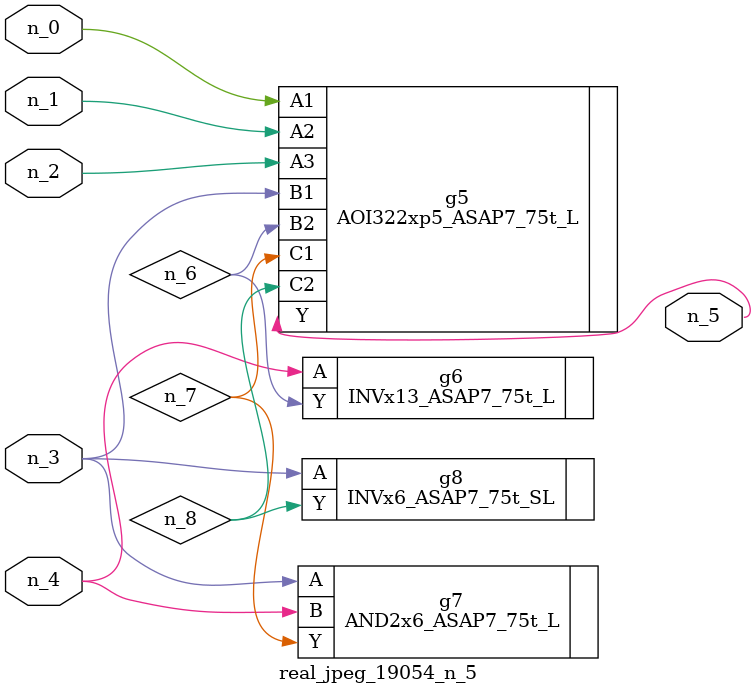
<source format=v>
module real_jpeg_19054_n_5 (n_4, n_0, n_1, n_2, n_3, n_5);

input n_4;
input n_0;
input n_1;
input n_2;
input n_3;

output n_5;

wire n_8;
wire n_6;
wire n_7;

AOI322xp5_ASAP7_75t_L g5 ( 
.A1(n_0),
.A2(n_1),
.A3(n_2),
.B1(n_3),
.B2(n_6),
.C1(n_7),
.C2(n_8),
.Y(n_5)
);

AND2x6_ASAP7_75t_L g7 ( 
.A(n_3),
.B(n_4),
.Y(n_7)
);

INVx6_ASAP7_75t_SL g8 ( 
.A(n_3),
.Y(n_8)
);

INVx13_ASAP7_75t_L g6 ( 
.A(n_4),
.Y(n_6)
);


endmodule
</source>
